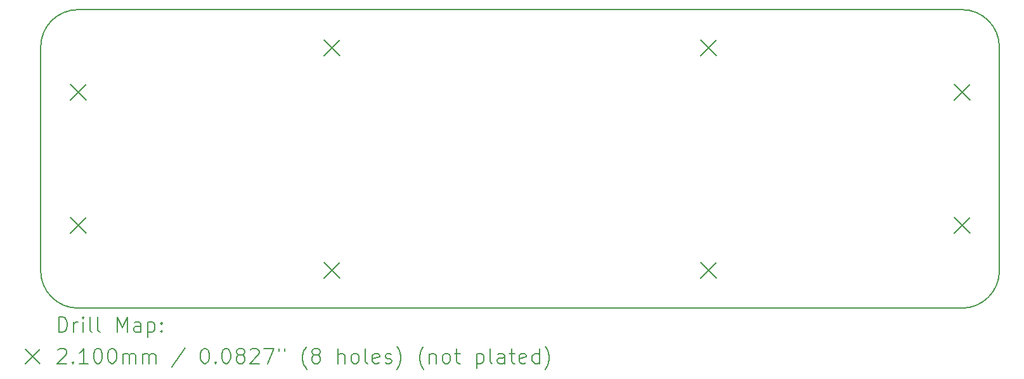
<source format=gbr>
%TF.GenerationSoftware,KiCad,Pcbnew,7.0.1*%
%TF.CreationDate,2023-11-29T16:19:43+01:00*%
%TF.ProjectId,Gruzik2.0,4772757a-696b-4322-9e30-2e6b69636164,rev?*%
%TF.SameCoordinates,Original*%
%TF.FileFunction,Drillmap*%
%TF.FilePolarity,Positive*%
%FSLAX45Y45*%
G04 Gerber Fmt 4.5, Leading zero omitted, Abs format (unit mm)*
G04 Created by KiCad (PCBNEW 7.0.1) date 2023-11-29 16:19:43*
%MOMM*%
%LPD*%
G01*
G04 APERTURE LIST*
%ADD10C,0.150000*%
%ADD11C,0.200000*%
%ADD12C,0.210000*%
G04 APERTURE END LIST*
D10*
X16433800Y-16797400D02*
X16433800Y-13809600D01*
X15933800Y-17297400D02*
G75*
G03*
X16433800Y-16797400I0J500000D01*
G01*
X15933800Y-17297400D02*
X4132200Y-17297400D01*
X16433800Y-13809600D02*
G75*
G03*
X15933800Y-13309600I-500000J0D01*
G01*
X3632200Y-16797400D02*
G75*
G03*
X4132200Y-17297400I500000J0D01*
G01*
X3632200Y-13809600D02*
X3632200Y-16797400D01*
X15933800Y-13309600D02*
X4132200Y-13309600D01*
X4132200Y-13309600D02*
G75*
G03*
X3632200Y-13809600I0J-500000D01*
G01*
D11*
D12*
X4027200Y-14309500D02*
X4237200Y-14519500D01*
X4237200Y-14309500D02*
X4027200Y-14519500D01*
X4027200Y-16087500D02*
X4237200Y-16297500D01*
X4237200Y-16087500D02*
X4027200Y-16297500D01*
X7413400Y-13712600D02*
X7623400Y-13922600D01*
X7623400Y-13712600D02*
X7413400Y-13922600D01*
X7413400Y-16684400D02*
X7623400Y-16894400D01*
X7623400Y-16684400D02*
X7413400Y-16894400D01*
X12442600Y-13712600D02*
X12652600Y-13922600D01*
X12652600Y-13712600D02*
X12442600Y-13922600D01*
X12442600Y-16684400D02*
X12652600Y-16894400D01*
X12652600Y-16684400D02*
X12442600Y-16894400D01*
X15828800Y-14309500D02*
X16038800Y-14519500D01*
X16038800Y-14309500D02*
X15828800Y-14519500D01*
X15828800Y-16087500D02*
X16038800Y-16297500D01*
X16038800Y-16087500D02*
X15828800Y-16297500D01*
D11*
X3872319Y-17617424D02*
X3872319Y-17417424D01*
X3872319Y-17417424D02*
X3919938Y-17417424D01*
X3919938Y-17417424D02*
X3948509Y-17426948D01*
X3948509Y-17426948D02*
X3967557Y-17445995D01*
X3967557Y-17445995D02*
X3977081Y-17465043D01*
X3977081Y-17465043D02*
X3986605Y-17503138D01*
X3986605Y-17503138D02*
X3986605Y-17531710D01*
X3986605Y-17531710D02*
X3977081Y-17569805D01*
X3977081Y-17569805D02*
X3967557Y-17588852D01*
X3967557Y-17588852D02*
X3948509Y-17607900D01*
X3948509Y-17607900D02*
X3919938Y-17617424D01*
X3919938Y-17617424D02*
X3872319Y-17617424D01*
X4072319Y-17617424D02*
X4072319Y-17484090D01*
X4072319Y-17522186D02*
X4081843Y-17503138D01*
X4081843Y-17503138D02*
X4091367Y-17493614D01*
X4091367Y-17493614D02*
X4110414Y-17484090D01*
X4110414Y-17484090D02*
X4129462Y-17484090D01*
X4196129Y-17617424D02*
X4196129Y-17484090D01*
X4196129Y-17417424D02*
X4186605Y-17426948D01*
X4186605Y-17426948D02*
X4196129Y-17436471D01*
X4196129Y-17436471D02*
X4205652Y-17426948D01*
X4205652Y-17426948D02*
X4196129Y-17417424D01*
X4196129Y-17417424D02*
X4196129Y-17436471D01*
X4319938Y-17617424D02*
X4300890Y-17607900D01*
X4300890Y-17607900D02*
X4291367Y-17588852D01*
X4291367Y-17588852D02*
X4291367Y-17417424D01*
X4424700Y-17617424D02*
X4405652Y-17607900D01*
X4405652Y-17607900D02*
X4396129Y-17588852D01*
X4396129Y-17588852D02*
X4396129Y-17417424D01*
X4653271Y-17617424D02*
X4653271Y-17417424D01*
X4653271Y-17417424D02*
X4719938Y-17560281D01*
X4719938Y-17560281D02*
X4786605Y-17417424D01*
X4786605Y-17417424D02*
X4786605Y-17617424D01*
X4967557Y-17617424D02*
X4967557Y-17512662D01*
X4967557Y-17512662D02*
X4958033Y-17493614D01*
X4958033Y-17493614D02*
X4938986Y-17484090D01*
X4938986Y-17484090D02*
X4900890Y-17484090D01*
X4900890Y-17484090D02*
X4881843Y-17493614D01*
X4967557Y-17607900D02*
X4948510Y-17617424D01*
X4948510Y-17617424D02*
X4900890Y-17617424D01*
X4900890Y-17617424D02*
X4881843Y-17607900D01*
X4881843Y-17607900D02*
X4872319Y-17588852D01*
X4872319Y-17588852D02*
X4872319Y-17569805D01*
X4872319Y-17569805D02*
X4881843Y-17550757D01*
X4881843Y-17550757D02*
X4900890Y-17541233D01*
X4900890Y-17541233D02*
X4948510Y-17541233D01*
X4948510Y-17541233D02*
X4967557Y-17531710D01*
X5062795Y-17484090D02*
X5062795Y-17684090D01*
X5062795Y-17493614D02*
X5081843Y-17484090D01*
X5081843Y-17484090D02*
X5119938Y-17484090D01*
X5119938Y-17484090D02*
X5138986Y-17493614D01*
X5138986Y-17493614D02*
X5148510Y-17503138D01*
X5148510Y-17503138D02*
X5158033Y-17522186D01*
X5158033Y-17522186D02*
X5158033Y-17579329D01*
X5158033Y-17579329D02*
X5148510Y-17598376D01*
X5148510Y-17598376D02*
X5138986Y-17607900D01*
X5138986Y-17607900D02*
X5119938Y-17617424D01*
X5119938Y-17617424D02*
X5081843Y-17617424D01*
X5081843Y-17617424D02*
X5062795Y-17607900D01*
X5243748Y-17598376D02*
X5253271Y-17607900D01*
X5253271Y-17607900D02*
X5243748Y-17617424D01*
X5243748Y-17617424D02*
X5234224Y-17607900D01*
X5234224Y-17607900D02*
X5243748Y-17598376D01*
X5243748Y-17598376D02*
X5243748Y-17617424D01*
X5243748Y-17493614D02*
X5253271Y-17503138D01*
X5253271Y-17503138D02*
X5243748Y-17512662D01*
X5243748Y-17512662D02*
X5234224Y-17503138D01*
X5234224Y-17503138D02*
X5243748Y-17493614D01*
X5243748Y-17493614D02*
X5243748Y-17512662D01*
X3424700Y-17844900D02*
X3624700Y-18044900D01*
X3624700Y-17844900D02*
X3424700Y-18044900D01*
X3862795Y-17856471D02*
X3872319Y-17846948D01*
X3872319Y-17846948D02*
X3891367Y-17837424D01*
X3891367Y-17837424D02*
X3938986Y-17837424D01*
X3938986Y-17837424D02*
X3958033Y-17846948D01*
X3958033Y-17846948D02*
X3967557Y-17856471D01*
X3967557Y-17856471D02*
X3977081Y-17875519D01*
X3977081Y-17875519D02*
X3977081Y-17894567D01*
X3977081Y-17894567D02*
X3967557Y-17923138D01*
X3967557Y-17923138D02*
X3853271Y-18037424D01*
X3853271Y-18037424D02*
X3977081Y-18037424D01*
X4062795Y-18018376D02*
X4072319Y-18027900D01*
X4072319Y-18027900D02*
X4062795Y-18037424D01*
X4062795Y-18037424D02*
X4053271Y-18027900D01*
X4053271Y-18027900D02*
X4062795Y-18018376D01*
X4062795Y-18018376D02*
X4062795Y-18037424D01*
X4262795Y-18037424D02*
X4148509Y-18037424D01*
X4205652Y-18037424D02*
X4205652Y-17837424D01*
X4205652Y-17837424D02*
X4186605Y-17865995D01*
X4186605Y-17865995D02*
X4167557Y-17885043D01*
X4167557Y-17885043D02*
X4148509Y-17894567D01*
X4386605Y-17837424D02*
X4405652Y-17837424D01*
X4405652Y-17837424D02*
X4424700Y-17846948D01*
X4424700Y-17846948D02*
X4434224Y-17856471D01*
X4434224Y-17856471D02*
X4443748Y-17875519D01*
X4443748Y-17875519D02*
X4453271Y-17913614D01*
X4453271Y-17913614D02*
X4453271Y-17961233D01*
X4453271Y-17961233D02*
X4443748Y-17999329D01*
X4443748Y-17999329D02*
X4434224Y-18018376D01*
X4434224Y-18018376D02*
X4424700Y-18027900D01*
X4424700Y-18027900D02*
X4405652Y-18037424D01*
X4405652Y-18037424D02*
X4386605Y-18037424D01*
X4386605Y-18037424D02*
X4367557Y-18027900D01*
X4367557Y-18027900D02*
X4358033Y-18018376D01*
X4358033Y-18018376D02*
X4348510Y-17999329D01*
X4348510Y-17999329D02*
X4338986Y-17961233D01*
X4338986Y-17961233D02*
X4338986Y-17913614D01*
X4338986Y-17913614D02*
X4348510Y-17875519D01*
X4348510Y-17875519D02*
X4358033Y-17856471D01*
X4358033Y-17856471D02*
X4367557Y-17846948D01*
X4367557Y-17846948D02*
X4386605Y-17837424D01*
X4577081Y-17837424D02*
X4596129Y-17837424D01*
X4596129Y-17837424D02*
X4615176Y-17846948D01*
X4615176Y-17846948D02*
X4624700Y-17856471D01*
X4624700Y-17856471D02*
X4634224Y-17875519D01*
X4634224Y-17875519D02*
X4643748Y-17913614D01*
X4643748Y-17913614D02*
X4643748Y-17961233D01*
X4643748Y-17961233D02*
X4634224Y-17999329D01*
X4634224Y-17999329D02*
X4624700Y-18018376D01*
X4624700Y-18018376D02*
X4615176Y-18027900D01*
X4615176Y-18027900D02*
X4596129Y-18037424D01*
X4596129Y-18037424D02*
X4577081Y-18037424D01*
X4577081Y-18037424D02*
X4558033Y-18027900D01*
X4558033Y-18027900D02*
X4548510Y-18018376D01*
X4548510Y-18018376D02*
X4538986Y-17999329D01*
X4538986Y-17999329D02*
X4529462Y-17961233D01*
X4529462Y-17961233D02*
X4529462Y-17913614D01*
X4529462Y-17913614D02*
X4538986Y-17875519D01*
X4538986Y-17875519D02*
X4548510Y-17856471D01*
X4548510Y-17856471D02*
X4558033Y-17846948D01*
X4558033Y-17846948D02*
X4577081Y-17837424D01*
X4729462Y-18037424D02*
X4729462Y-17904090D01*
X4729462Y-17923138D02*
X4738986Y-17913614D01*
X4738986Y-17913614D02*
X4758033Y-17904090D01*
X4758033Y-17904090D02*
X4786605Y-17904090D01*
X4786605Y-17904090D02*
X4805652Y-17913614D01*
X4805652Y-17913614D02*
X4815176Y-17932662D01*
X4815176Y-17932662D02*
X4815176Y-18037424D01*
X4815176Y-17932662D02*
X4824700Y-17913614D01*
X4824700Y-17913614D02*
X4843748Y-17904090D01*
X4843748Y-17904090D02*
X4872319Y-17904090D01*
X4872319Y-17904090D02*
X4891367Y-17913614D01*
X4891367Y-17913614D02*
X4900891Y-17932662D01*
X4900891Y-17932662D02*
X4900891Y-18037424D01*
X4996129Y-18037424D02*
X4996129Y-17904090D01*
X4996129Y-17923138D02*
X5005652Y-17913614D01*
X5005652Y-17913614D02*
X5024700Y-17904090D01*
X5024700Y-17904090D02*
X5053272Y-17904090D01*
X5053272Y-17904090D02*
X5072319Y-17913614D01*
X5072319Y-17913614D02*
X5081843Y-17932662D01*
X5081843Y-17932662D02*
X5081843Y-18037424D01*
X5081843Y-17932662D02*
X5091367Y-17913614D01*
X5091367Y-17913614D02*
X5110414Y-17904090D01*
X5110414Y-17904090D02*
X5138986Y-17904090D01*
X5138986Y-17904090D02*
X5158033Y-17913614D01*
X5158033Y-17913614D02*
X5167557Y-17932662D01*
X5167557Y-17932662D02*
X5167557Y-18037424D01*
X5558033Y-17827900D02*
X5386605Y-18085043D01*
X5815176Y-17837424D02*
X5834224Y-17837424D01*
X5834224Y-17837424D02*
X5853272Y-17846948D01*
X5853272Y-17846948D02*
X5862795Y-17856471D01*
X5862795Y-17856471D02*
X5872319Y-17875519D01*
X5872319Y-17875519D02*
X5881843Y-17913614D01*
X5881843Y-17913614D02*
X5881843Y-17961233D01*
X5881843Y-17961233D02*
X5872319Y-17999329D01*
X5872319Y-17999329D02*
X5862795Y-18018376D01*
X5862795Y-18018376D02*
X5853272Y-18027900D01*
X5853272Y-18027900D02*
X5834224Y-18037424D01*
X5834224Y-18037424D02*
X5815176Y-18037424D01*
X5815176Y-18037424D02*
X5796129Y-18027900D01*
X5796129Y-18027900D02*
X5786605Y-18018376D01*
X5786605Y-18018376D02*
X5777081Y-17999329D01*
X5777081Y-17999329D02*
X5767557Y-17961233D01*
X5767557Y-17961233D02*
X5767557Y-17913614D01*
X5767557Y-17913614D02*
X5777081Y-17875519D01*
X5777081Y-17875519D02*
X5786605Y-17856471D01*
X5786605Y-17856471D02*
X5796129Y-17846948D01*
X5796129Y-17846948D02*
X5815176Y-17837424D01*
X5967557Y-18018376D02*
X5977081Y-18027900D01*
X5977081Y-18027900D02*
X5967557Y-18037424D01*
X5967557Y-18037424D02*
X5958033Y-18027900D01*
X5958033Y-18027900D02*
X5967557Y-18018376D01*
X5967557Y-18018376D02*
X5967557Y-18037424D01*
X6100891Y-17837424D02*
X6119938Y-17837424D01*
X6119938Y-17837424D02*
X6138986Y-17846948D01*
X6138986Y-17846948D02*
X6148510Y-17856471D01*
X6148510Y-17856471D02*
X6158033Y-17875519D01*
X6158033Y-17875519D02*
X6167557Y-17913614D01*
X6167557Y-17913614D02*
X6167557Y-17961233D01*
X6167557Y-17961233D02*
X6158033Y-17999329D01*
X6158033Y-17999329D02*
X6148510Y-18018376D01*
X6148510Y-18018376D02*
X6138986Y-18027900D01*
X6138986Y-18027900D02*
X6119938Y-18037424D01*
X6119938Y-18037424D02*
X6100891Y-18037424D01*
X6100891Y-18037424D02*
X6081843Y-18027900D01*
X6081843Y-18027900D02*
X6072319Y-18018376D01*
X6072319Y-18018376D02*
X6062795Y-17999329D01*
X6062795Y-17999329D02*
X6053272Y-17961233D01*
X6053272Y-17961233D02*
X6053272Y-17913614D01*
X6053272Y-17913614D02*
X6062795Y-17875519D01*
X6062795Y-17875519D02*
X6072319Y-17856471D01*
X6072319Y-17856471D02*
X6081843Y-17846948D01*
X6081843Y-17846948D02*
X6100891Y-17837424D01*
X6281843Y-17923138D02*
X6262795Y-17913614D01*
X6262795Y-17913614D02*
X6253272Y-17904090D01*
X6253272Y-17904090D02*
X6243748Y-17885043D01*
X6243748Y-17885043D02*
X6243748Y-17875519D01*
X6243748Y-17875519D02*
X6253272Y-17856471D01*
X6253272Y-17856471D02*
X6262795Y-17846948D01*
X6262795Y-17846948D02*
X6281843Y-17837424D01*
X6281843Y-17837424D02*
X6319938Y-17837424D01*
X6319938Y-17837424D02*
X6338986Y-17846948D01*
X6338986Y-17846948D02*
X6348510Y-17856471D01*
X6348510Y-17856471D02*
X6358033Y-17875519D01*
X6358033Y-17875519D02*
X6358033Y-17885043D01*
X6358033Y-17885043D02*
X6348510Y-17904090D01*
X6348510Y-17904090D02*
X6338986Y-17913614D01*
X6338986Y-17913614D02*
X6319938Y-17923138D01*
X6319938Y-17923138D02*
X6281843Y-17923138D01*
X6281843Y-17923138D02*
X6262795Y-17932662D01*
X6262795Y-17932662D02*
X6253272Y-17942186D01*
X6253272Y-17942186D02*
X6243748Y-17961233D01*
X6243748Y-17961233D02*
X6243748Y-17999329D01*
X6243748Y-17999329D02*
X6253272Y-18018376D01*
X6253272Y-18018376D02*
X6262795Y-18027900D01*
X6262795Y-18027900D02*
X6281843Y-18037424D01*
X6281843Y-18037424D02*
X6319938Y-18037424D01*
X6319938Y-18037424D02*
X6338986Y-18027900D01*
X6338986Y-18027900D02*
X6348510Y-18018376D01*
X6348510Y-18018376D02*
X6358033Y-17999329D01*
X6358033Y-17999329D02*
X6358033Y-17961233D01*
X6358033Y-17961233D02*
X6348510Y-17942186D01*
X6348510Y-17942186D02*
X6338986Y-17932662D01*
X6338986Y-17932662D02*
X6319938Y-17923138D01*
X6434224Y-17856471D02*
X6443748Y-17846948D01*
X6443748Y-17846948D02*
X6462795Y-17837424D01*
X6462795Y-17837424D02*
X6510414Y-17837424D01*
X6510414Y-17837424D02*
X6529462Y-17846948D01*
X6529462Y-17846948D02*
X6538986Y-17856471D01*
X6538986Y-17856471D02*
X6548510Y-17875519D01*
X6548510Y-17875519D02*
X6548510Y-17894567D01*
X6548510Y-17894567D02*
X6538986Y-17923138D01*
X6538986Y-17923138D02*
X6424700Y-18037424D01*
X6424700Y-18037424D02*
X6548510Y-18037424D01*
X6615176Y-17837424D02*
X6748510Y-17837424D01*
X6748510Y-17837424D02*
X6662795Y-18037424D01*
X6815176Y-17837424D02*
X6815176Y-17875519D01*
X6891367Y-17837424D02*
X6891367Y-17875519D01*
X7186605Y-18113614D02*
X7177081Y-18104090D01*
X7177081Y-18104090D02*
X7158034Y-18075519D01*
X7158034Y-18075519D02*
X7148510Y-18056471D01*
X7148510Y-18056471D02*
X7138986Y-18027900D01*
X7138986Y-18027900D02*
X7129462Y-17980281D01*
X7129462Y-17980281D02*
X7129462Y-17942186D01*
X7129462Y-17942186D02*
X7138986Y-17894567D01*
X7138986Y-17894567D02*
X7148510Y-17865995D01*
X7148510Y-17865995D02*
X7158034Y-17846948D01*
X7158034Y-17846948D02*
X7177081Y-17818376D01*
X7177081Y-17818376D02*
X7186605Y-17808852D01*
X7291367Y-17923138D02*
X7272319Y-17913614D01*
X7272319Y-17913614D02*
X7262795Y-17904090D01*
X7262795Y-17904090D02*
X7253272Y-17885043D01*
X7253272Y-17885043D02*
X7253272Y-17875519D01*
X7253272Y-17875519D02*
X7262795Y-17856471D01*
X7262795Y-17856471D02*
X7272319Y-17846948D01*
X7272319Y-17846948D02*
X7291367Y-17837424D01*
X7291367Y-17837424D02*
X7329462Y-17837424D01*
X7329462Y-17837424D02*
X7348510Y-17846948D01*
X7348510Y-17846948D02*
X7358034Y-17856471D01*
X7358034Y-17856471D02*
X7367557Y-17875519D01*
X7367557Y-17875519D02*
X7367557Y-17885043D01*
X7367557Y-17885043D02*
X7358034Y-17904090D01*
X7358034Y-17904090D02*
X7348510Y-17913614D01*
X7348510Y-17913614D02*
X7329462Y-17923138D01*
X7329462Y-17923138D02*
X7291367Y-17923138D01*
X7291367Y-17923138D02*
X7272319Y-17932662D01*
X7272319Y-17932662D02*
X7262795Y-17942186D01*
X7262795Y-17942186D02*
X7253272Y-17961233D01*
X7253272Y-17961233D02*
X7253272Y-17999329D01*
X7253272Y-17999329D02*
X7262795Y-18018376D01*
X7262795Y-18018376D02*
X7272319Y-18027900D01*
X7272319Y-18027900D02*
X7291367Y-18037424D01*
X7291367Y-18037424D02*
X7329462Y-18037424D01*
X7329462Y-18037424D02*
X7348510Y-18027900D01*
X7348510Y-18027900D02*
X7358034Y-18018376D01*
X7358034Y-18018376D02*
X7367557Y-17999329D01*
X7367557Y-17999329D02*
X7367557Y-17961233D01*
X7367557Y-17961233D02*
X7358034Y-17942186D01*
X7358034Y-17942186D02*
X7348510Y-17932662D01*
X7348510Y-17932662D02*
X7329462Y-17923138D01*
X7605653Y-18037424D02*
X7605653Y-17837424D01*
X7691367Y-18037424D02*
X7691367Y-17932662D01*
X7691367Y-17932662D02*
X7681843Y-17913614D01*
X7681843Y-17913614D02*
X7662796Y-17904090D01*
X7662796Y-17904090D02*
X7634224Y-17904090D01*
X7634224Y-17904090D02*
X7615176Y-17913614D01*
X7615176Y-17913614D02*
X7605653Y-17923138D01*
X7815176Y-18037424D02*
X7796129Y-18027900D01*
X7796129Y-18027900D02*
X7786605Y-18018376D01*
X7786605Y-18018376D02*
X7777081Y-17999329D01*
X7777081Y-17999329D02*
X7777081Y-17942186D01*
X7777081Y-17942186D02*
X7786605Y-17923138D01*
X7786605Y-17923138D02*
X7796129Y-17913614D01*
X7796129Y-17913614D02*
X7815176Y-17904090D01*
X7815176Y-17904090D02*
X7843748Y-17904090D01*
X7843748Y-17904090D02*
X7862796Y-17913614D01*
X7862796Y-17913614D02*
X7872319Y-17923138D01*
X7872319Y-17923138D02*
X7881843Y-17942186D01*
X7881843Y-17942186D02*
X7881843Y-17999329D01*
X7881843Y-17999329D02*
X7872319Y-18018376D01*
X7872319Y-18018376D02*
X7862796Y-18027900D01*
X7862796Y-18027900D02*
X7843748Y-18037424D01*
X7843748Y-18037424D02*
X7815176Y-18037424D01*
X7996129Y-18037424D02*
X7977081Y-18027900D01*
X7977081Y-18027900D02*
X7967557Y-18008852D01*
X7967557Y-18008852D02*
X7967557Y-17837424D01*
X8148510Y-18027900D02*
X8129462Y-18037424D01*
X8129462Y-18037424D02*
X8091367Y-18037424D01*
X8091367Y-18037424D02*
X8072319Y-18027900D01*
X8072319Y-18027900D02*
X8062796Y-18008852D01*
X8062796Y-18008852D02*
X8062796Y-17932662D01*
X8062796Y-17932662D02*
X8072319Y-17913614D01*
X8072319Y-17913614D02*
X8091367Y-17904090D01*
X8091367Y-17904090D02*
X8129462Y-17904090D01*
X8129462Y-17904090D02*
X8148510Y-17913614D01*
X8148510Y-17913614D02*
X8158034Y-17932662D01*
X8158034Y-17932662D02*
X8158034Y-17951710D01*
X8158034Y-17951710D02*
X8062796Y-17970757D01*
X8234224Y-18027900D02*
X8253272Y-18037424D01*
X8253272Y-18037424D02*
X8291367Y-18037424D01*
X8291367Y-18037424D02*
X8310415Y-18027900D01*
X8310415Y-18027900D02*
X8319938Y-18008852D01*
X8319938Y-18008852D02*
X8319938Y-17999329D01*
X8319938Y-17999329D02*
X8310415Y-17980281D01*
X8310415Y-17980281D02*
X8291367Y-17970757D01*
X8291367Y-17970757D02*
X8262796Y-17970757D01*
X8262796Y-17970757D02*
X8243748Y-17961233D01*
X8243748Y-17961233D02*
X8234224Y-17942186D01*
X8234224Y-17942186D02*
X8234224Y-17932662D01*
X8234224Y-17932662D02*
X8243748Y-17913614D01*
X8243748Y-17913614D02*
X8262796Y-17904090D01*
X8262796Y-17904090D02*
X8291367Y-17904090D01*
X8291367Y-17904090D02*
X8310415Y-17913614D01*
X8386605Y-18113614D02*
X8396129Y-18104090D01*
X8396129Y-18104090D02*
X8415177Y-18075519D01*
X8415177Y-18075519D02*
X8424700Y-18056471D01*
X8424700Y-18056471D02*
X8434224Y-18027900D01*
X8434224Y-18027900D02*
X8443748Y-17980281D01*
X8443748Y-17980281D02*
X8443748Y-17942186D01*
X8443748Y-17942186D02*
X8434224Y-17894567D01*
X8434224Y-17894567D02*
X8424700Y-17865995D01*
X8424700Y-17865995D02*
X8415177Y-17846948D01*
X8415177Y-17846948D02*
X8396129Y-17818376D01*
X8396129Y-17818376D02*
X8386605Y-17808852D01*
X8748510Y-18113614D02*
X8738986Y-18104090D01*
X8738986Y-18104090D02*
X8719939Y-18075519D01*
X8719939Y-18075519D02*
X8710415Y-18056471D01*
X8710415Y-18056471D02*
X8700891Y-18027900D01*
X8700891Y-18027900D02*
X8691367Y-17980281D01*
X8691367Y-17980281D02*
X8691367Y-17942186D01*
X8691367Y-17942186D02*
X8700891Y-17894567D01*
X8700891Y-17894567D02*
X8710415Y-17865995D01*
X8710415Y-17865995D02*
X8719939Y-17846948D01*
X8719939Y-17846948D02*
X8738986Y-17818376D01*
X8738986Y-17818376D02*
X8748510Y-17808852D01*
X8824700Y-17904090D02*
X8824700Y-18037424D01*
X8824700Y-17923138D02*
X8834224Y-17913614D01*
X8834224Y-17913614D02*
X8853272Y-17904090D01*
X8853272Y-17904090D02*
X8881843Y-17904090D01*
X8881843Y-17904090D02*
X8900891Y-17913614D01*
X8900891Y-17913614D02*
X8910415Y-17932662D01*
X8910415Y-17932662D02*
X8910415Y-18037424D01*
X9034224Y-18037424D02*
X9015177Y-18027900D01*
X9015177Y-18027900D02*
X9005653Y-18018376D01*
X9005653Y-18018376D02*
X8996129Y-17999329D01*
X8996129Y-17999329D02*
X8996129Y-17942186D01*
X8996129Y-17942186D02*
X9005653Y-17923138D01*
X9005653Y-17923138D02*
X9015177Y-17913614D01*
X9015177Y-17913614D02*
X9034224Y-17904090D01*
X9034224Y-17904090D02*
X9062796Y-17904090D01*
X9062796Y-17904090D02*
X9081843Y-17913614D01*
X9081843Y-17913614D02*
X9091367Y-17923138D01*
X9091367Y-17923138D02*
X9100891Y-17942186D01*
X9100891Y-17942186D02*
X9100891Y-17999329D01*
X9100891Y-17999329D02*
X9091367Y-18018376D01*
X9091367Y-18018376D02*
X9081843Y-18027900D01*
X9081843Y-18027900D02*
X9062796Y-18037424D01*
X9062796Y-18037424D02*
X9034224Y-18037424D01*
X9158034Y-17904090D02*
X9234224Y-17904090D01*
X9186605Y-17837424D02*
X9186605Y-18008852D01*
X9186605Y-18008852D02*
X9196129Y-18027900D01*
X9196129Y-18027900D02*
X9215177Y-18037424D01*
X9215177Y-18037424D02*
X9234224Y-18037424D01*
X9453272Y-17904090D02*
X9453272Y-18104090D01*
X9453272Y-17913614D02*
X9472320Y-17904090D01*
X9472320Y-17904090D02*
X9510415Y-17904090D01*
X9510415Y-17904090D02*
X9529462Y-17913614D01*
X9529462Y-17913614D02*
X9538986Y-17923138D01*
X9538986Y-17923138D02*
X9548510Y-17942186D01*
X9548510Y-17942186D02*
X9548510Y-17999329D01*
X9548510Y-17999329D02*
X9538986Y-18018376D01*
X9538986Y-18018376D02*
X9529462Y-18027900D01*
X9529462Y-18027900D02*
X9510415Y-18037424D01*
X9510415Y-18037424D02*
X9472320Y-18037424D01*
X9472320Y-18037424D02*
X9453272Y-18027900D01*
X9662796Y-18037424D02*
X9643748Y-18027900D01*
X9643748Y-18027900D02*
X9634224Y-18008852D01*
X9634224Y-18008852D02*
X9634224Y-17837424D01*
X9824701Y-18037424D02*
X9824701Y-17932662D01*
X9824701Y-17932662D02*
X9815177Y-17913614D01*
X9815177Y-17913614D02*
X9796129Y-17904090D01*
X9796129Y-17904090D02*
X9758034Y-17904090D01*
X9758034Y-17904090D02*
X9738986Y-17913614D01*
X9824701Y-18027900D02*
X9805653Y-18037424D01*
X9805653Y-18037424D02*
X9758034Y-18037424D01*
X9758034Y-18037424D02*
X9738986Y-18027900D01*
X9738986Y-18027900D02*
X9729462Y-18008852D01*
X9729462Y-18008852D02*
X9729462Y-17989805D01*
X9729462Y-17989805D02*
X9738986Y-17970757D01*
X9738986Y-17970757D02*
X9758034Y-17961233D01*
X9758034Y-17961233D02*
X9805653Y-17961233D01*
X9805653Y-17961233D02*
X9824701Y-17951710D01*
X9891367Y-17904090D02*
X9967558Y-17904090D01*
X9919939Y-17837424D02*
X9919939Y-18008852D01*
X9919939Y-18008852D02*
X9929462Y-18027900D01*
X9929462Y-18027900D02*
X9948510Y-18037424D01*
X9948510Y-18037424D02*
X9967558Y-18037424D01*
X10110415Y-18027900D02*
X10091367Y-18037424D01*
X10091367Y-18037424D02*
X10053272Y-18037424D01*
X10053272Y-18037424D02*
X10034224Y-18027900D01*
X10034224Y-18027900D02*
X10024701Y-18008852D01*
X10024701Y-18008852D02*
X10024701Y-17932662D01*
X10024701Y-17932662D02*
X10034224Y-17913614D01*
X10034224Y-17913614D02*
X10053272Y-17904090D01*
X10053272Y-17904090D02*
X10091367Y-17904090D01*
X10091367Y-17904090D02*
X10110415Y-17913614D01*
X10110415Y-17913614D02*
X10119939Y-17932662D01*
X10119939Y-17932662D02*
X10119939Y-17951710D01*
X10119939Y-17951710D02*
X10024701Y-17970757D01*
X10291367Y-18037424D02*
X10291367Y-17837424D01*
X10291367Y-18027900D02*
X10272320Y-18037424D01*
X10272320Y-18037424D02*
X10234224Y-18037424D01*
X10234224Y-18037424D02*
X10215177Y-18027900D01*
X10215177Y-18027900D02*
X10205653Y-18018376D01*
X10205653Y-18018376D02*
X10196129Y-17999329D01*
X10196129Y-17999329D02*
X10196129Y-17942186D01*
X10196129Y-17942186D02*
X10205653Y-17923138D01*
X10205653Y-17923138D02*
X10215177Y-17913614D01*
X10215177Y-17913614D02*
X10234224Y-17904090D01*
X10234224Y-17904090D02*
X10272320Y-17904090D01*
X10272320Y-17904090D02*
X10291367Y-17913614D01*
X10367558Y-18113614D02*
X10377082Y-18104090D01*
X10377082Y-18104090D02*
X10396129Y-18075519D01*
X10396129Y-18075519D02*
X10405653Y-18056471D01*
X10405653Y-18056471D02*
X10415177Y-18027900D01*
X10415177Y-18027900D02*
X10424701Y-17980281D01*
X10424701Y-17980281D02*
X10424701Y-17942186D01*
X10424701Y-17942186D02*
X10415177Y-17894567D01*
X10415177Y-17894567D02*
X10405653Y-17865995D01*
X10405653Y-17865995D02*
X10396129Y-17846948D01*
X10396129Y-17846948D02*
X10377082Y-17818376D01*
X10377082Y-17818376D02*
X10367558Y-17808852D01*
M02*

</source>
